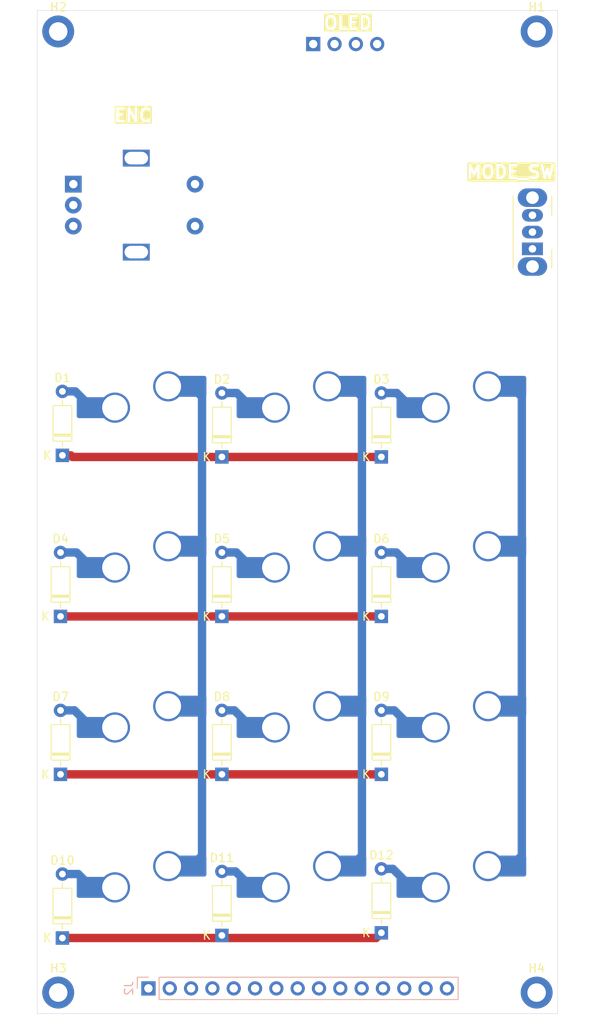
<source format=kicad_pcb>
(kicad_pcb (version 20240108) (generator "pcbnew") (generator_version "8.0")
  (layers (0 "F.Cu" signal) (31 "B.Cu" signal) (34 "B.Paste" user) (35 "F.Paste" user) (36 "B.SilkS" user "B.Silkscreen") (37 "F.SilkS" user "F.Silkscreen") (38 "B.Mask" user) (39 "F.Mask" user) (44 "Edge.Cuts" user))
  (net 0 "")
  (net 1 "ROW0")
  (net 2 "Net-(D1-A)")
  (net 3 "Net-(D2-A)")
  (net 4 "Net-(D3-A)")
  (net 5 "Net-(D5-A)")
  (net 6 "ROW1")
  (net 7 "Net-(D6-A)")
  (net 8 "Net-(D7-A)")
  (net 9 "ROW2")
  (net 10 "Net-(D9-A)")
  (net 11 "Net-(D10-A)")
  (net 12 "Net-(D11-A)")
  (net 13 "ROW3")
  (net 14 "Net-(D4-A)")
  (net 15 "Net-(D8-A)")
  (net 16 "Net-(D12-A)")
  (net 17 "COL0")
  (net 18 "COL1")
  (net 19 "COL2")
  (net 20 "ENC_SW")
  (net 21 "ENC_CLK")
  (net 22 "GND")
  (net 23 "ENC_DT")
  (net 24 "BT_SELECT")
  (net 25 "OLED_SCL")
  (net 26 "OLED_SDA")
  (net 27 "+3.3V")
  (footprint "Diode_THT:D_DO-35_SOD27_P7.62mm_Horizontal" (layer "F.Cu") (at 55.0475 110.925 90)
    (property "Reference" "D9" (at 9.25 0 180) (layer "F.SilkS"))
    (property "Value" "1N4148")
    (fp_line (start 5.93 -1.12) (end 1.69 -1.12) (stroke (width 0.12)) (layer "F.SilkS"))
    (fp_line (start 2.53 -1.12) (end 2.53 1.12) (stroke (width 0.12)) (layer "F.SilkS"))
    (fp_line (start 2.41 -1.12) (end 2.41 1.12) (stroke (width 0.12)) (layer "F.SilkS"))
    (fp_line (start 2.29 -1.12) (end 2.29 1.12) (stroke (width 0.12)) (layer "F.SilkS"))
    (fp_line (start 1.69 -1.12) (end 1.69 1.12) (stroke (width 0.12)) (layer "F.SilkS"))
    (fp_line (start 6.58 0) (end 5.93 0) (stroke (width 0.12)) (layer "F.SilkS"))
    (fp_line (start 1.04 0) (end 1.69 0) (stroke (width 0.12)) (layer "F.SilkS"))
    (fp_line (start 5.93 1.12) (end 5.93 -1.12) (stroke (width 0.12)) (layer "F.SilkS"))
    (fp_line (start 1.69 1.12) (end 5.93 1.12) (stroke (width 0.12)) (layer "F.SilkS"))
    (fp_text user "K" (at 0 -1.8 180) (layer "F.SilkS"))
    (pad "1" thru_hole rect (at 0 0 90) (size 1.6 1.6) (drill 0.8) (layers "*.Cu" "*.Mask") (net 9 "ROW2"))
    (pad "2" thru_hole oval (at 7.62 0 90) (size 1.6 1.6) (drill 0.8) (layers "*.Cu" "*.Mask") (net 10 "Net-(D9-A)"))
  )
  (footprint "MountingHole:MountingHole_2.2mm_M2_DIN965_Pad" (layer "F.Cu") (at 16.5475 22.425)
    (property "Reference" "H2" (at 0 -2.9 0) (layer "F.SilkS"))
    (property "Value" "MountingHole_Pad")
    (pad "1" thru_hole circle (at 0 0) (size 3.8 3.8) (drill 2.2) (layers "*.Cu" "*.Mask"))
  )
  (footprint "MountingHole:MountingHole_2.2mm_M2_DIN965_Pad" (layer "F.Cu") (at 73.5475 22.425)
    (property "Reference" "H1" (at 0 -2.9 0) (layer "F.SilkS"))
    (property "Value" "MountingHole_Pad")
    (pad "1" thru_hole circle (at 0 0) (size 3.8 3.8) (drill 2.2) (layers "*.Cu" "*.Mask"))
  )
  (footprint "Diode_THT:D_DO-35_SOD27_P7.62mm_Horizontal" (layer "F.Cu") (at 36.0475 130.115 90)
    (property "Reference" "D11" (at 9.25 0 180) (layer "F.SilkS"))
    (property "Value" "1N4148")
    (fp_line (start 5.93 -1.12) (end 1.69 -1.12) (stroke (width 0.12)) (layer "F.SilkS"))
    (fp_line (start 2.53 -1.12) (end 2.53 1.12) (stroke (width 0.12)) (layer "F.SilkS"))
    (fp_line (start 2.41 -1.12) (end 2.41 1.12) (stroke (width 0.12)) (layer "F.SilkS"))
    (fp_line (start 2.29 -1.12) (end 2.29 1.12) (stroke (width 0.12)) (layer "F.SilkS"))
    (fp_line (start 1.69 -1.12) (end 1.69 1.12) (stroke (width 0.12)) (layer "F.SilkS"))
    (fp_line (start 6.58 0) (end 5.93 0) (stroke (width 0.12)) (layer "F.SilkS"))
    (fp_line (start 1.04 0) (end 1.69 0) (stroke (width 0.12)) (layer "F.SilkS"))
    (fp_line (start 5.93 1.12) (end 5.93 -1.12) (stroke (width 0.12)) (layer "F.SilkS"))
    (fp_line (start 1.69 1.12) (end 5.93 1.12) (stroke (width 0.12)) (layer "F.SilkS"))
    (fp_text user "K" (at 0 -1.8 180) (layer "F.SilkS"))
    (pad "1" thru_hole rect (at 0 0 90) (size 1.6 1.6) (drill 0.8) (layers "*.Cu" "*.Mask") (net 13 "ROW3"))
    (pad "2" thru_hole oval (at 7.62 0 90) (size 1.6 1.6) (drill 0.8) (layers "*.Cu" "*.Mask") (net 12 "Net-(D11-A)"))
  )
  (footprint "Diode_THT:D_DO-35_SOD27_P7.62mm_Horizontal" (layer "F.Cu") (at 16.8225 110.925 90)
    (property "Reference" "D7" (at 9.25 0 180) (layer "F.SilkS"))
    (property "Value" "1N4148")
    (fp_line (start 5.93 -1.12) (end 1.69 -1.12) (stroke (width 0.12)) (layer "F.SilkS"))
    (fp_line (start 2.53 -1.12) (end 2.53 1.12) (stroke (width 0.12)) (layer "F.SilkS"))
    (fp_line (start 2.41 -1.12) (end 2.41 1.12) (stroke (width 0.12)) (layer "F.SilkS"))
    (fp_line (start 2.29 -1.12) (end 2.29 1.12) (stroke (width 0.12)) (layer "F.SilkS"))
    (fp_line (start 1.69 -1.12) (end 1.69 1.12) (stroke (width 0.12)) (layer "F.SilkS"))
    (fp_line (start 6.58 0) (end 5.93 0) (stroke (width 0.12)) (layer "F.SilkS"))
    (fp_line (start 1.04 0) (end 1.69 0) (stroke (width 0.12)) (layer "F.SilkS"))
    (fp_line (start 5.93 1.12) (end 5.93 -1.12) (stroke (width 0.12)) (layer "F.SilkS"))
    (fp_line (start 1.69 1.12) (end 5.93 1.12) (stroke (width 0.12)) (layer "F.SilkS"))
    (fp_text user "K" (at 0 -1.8 180) (layer "F.SilkS"))
    (pad "1" thru_hole rect (at 0 0 90) (size 1.6 1.6) (drill 0.8) (layers "*.Cu" "*.Mask") (net 9 "ROW2"))
    (pad "2" thru_hole oval (at 7.62 0 90) (size 1.6 1.6) (drill 0.8) (layers "*.Cu" "*.Mask") (net 8 "Net-(D7-A)"))
  )
  (footprint "MountingHole:MountingHole_2.2mm_M2_DIN965_Pad" (layer "F.Cu") (at 16.5475 136.925)
    (property "Reference" "H3" (at 0 -2.9 0) (layer "F.SilkS"))
    (property "Value" "MountingHole_Pad")
    (pad "1" thru_hole circle (at 0 0) (size 3.8 3.8) (drill 2.2) (layers "*.Cu" "*.Mask"))
  )
  (footprint "ScottoKeebs_Components:OLED_128x64" (layer "F.Cu") (at 50.7375 23.925)
    (property "Reference" "J1" (hide yes))
    (property "Value" "OLED_128x64")
    (pad "1" thru_hole rect (at -3.81 0 90) (size 1.7 1.7) (drill 1) (layers "*.Cu" "*.Mask") (net 22 "GND"))
    (pad "2" thru_hole oval (at -1.27 0 90) (size 1.7 1.7) (drill 1) (layers "*.Cu" "*.Mask") (net 27 "+3.3V"))
    (pad "3" thru_hole oval (at 1.27 0 90) (size 1.7 1.7) (drill 1) (layers "*.Cu" "*.Mask") (net 25 "OLED_SCL"))
    (pad "4" thru_hole oval (at 3.81 0 90) (size 1.7 1.7) (drill 1) (layers "*.Cu" "*.Mask") (net 26 "OLED_SDA"))
  )
  (footprint "Button_Switch_THT:SW_Slide_SPDT_Angled_CK_OS102011MA1Q" (layer "F.Cu") (at 73.0475 48.325 90)
    (property "Reference" "SW1" (hide yes))
    (property "Value" "SW_SPDT")
    (fp_line (start -2.3 -2.3) (end 6.3 -2.3) (stroke (width 0.12)) (layer "F.SilkS"))
    (fp_line (start 4 2.3) (end 6.3 2.3) (stroke (width 0.12)) (layer "F.SilkS"))
    (fp_line (start -2.3 2.3) (end -0.1 2.3) (stroke (width 0.12)) (layer "F.SilkS"))
    (pad "" thru_hole oval (at -2.1 0 90) (size 2.2 3.5) (drill 1.5) (layers "*.Cu" "*.Mask"))
    (pad "" thru_hole oval (at 6.1 0 90) (size 2.2 3.5) (drill 1.5) (layers "*.Cu" "*.Mask"))
    (pad "1" thru_hole rect (at 0 0 90) (size 1.5 2.5) (drill 0.9) (layers "*.Cu" "*.Mask"))
    (pad "2" thru_hole oval (at 2 0 90) (size 1.5 2.5) (drill 0.9) (layers "*.Cu" "*.Mask") (net 24 "BT_SELECT"))
    (pad "3" thru_hole oval (at 4 0 90) (size 1.5 2.5) (drill 0.9) (layers "*.Cu" "*.Mask") (net 22 "GND"))
  )
  (footprint "MountingHole:MountingHole_2.2mm_M2_DIN965_Pad" (layer "F.Cu") (at 73.5475 136.925)
    (property "Reference" "H4" (at 0 -2.9 0) (layer "F.SilkS"))
    (property "Value" "MountingHole_Pad")
    (pad "1" thru_hole circle (at 0 0) (size 3.8 3.8) (drill 2.2) (layers "*.Cu" "*.Mask"))
  )
  (footprint "Diode_THT:D_DO-35_SOD27_P7.62mm_Horizontal" (layer "F.Cu") (at 55.0475 129.805 90)
    (property "Reference" "D12" (at 9.25 0 180) (layer "F.SilkS"))
    (property "Value" "1N4148")
    (fp_line (start 5.93 -1.12) (end 1.69 -1.12) (stroke (width 0.12)) (layer "F.SilkS"))
    (fp_line (start 2.53 -1.12) (end 2.53 1.12) (stroke (width 0.12)) (layer "F.SilkS"))
    (fp_line (start 2.41 -1.12) (end 2.41 1.12) (stroke (width 0.12)) (layer "F.SilkS"))
    (fp_line (start 2.29 -1.12) (end 2.29 1.12) (stroke (width 0.12)) (layer "F.SilkS"))
    (fp_line (start 1.69 -1.12) (end 1.69 1.12) (stroke (width 0.12)) (layer "F.SilkS"))
    (fp_line (start 6.58 0) (end 5.93 0) (stroke (width 0.12)) (layer "F.SilkS"))
    (fp_line (start 1.04 0) (end 1.69 0) (stroke (width 0.12)) (layer "F.SilkS"))
    (fp_line (start 5.93 1.12) (end 5.93 -1.12) (stroke (width 0.12)) (layer "F.SilkS"))
    (fp_line (start 1.69 1.12) (end 5.93 1.12) (stroke (width 0.12)) (layer "F.SilkS"))
    (fp_text user "K" (at 0 -1.8 180) (layer "F.SilkS"))
    (pad "1" thru_hole rect (at 0 0 90) (size 1.6 1.6) (drill 0.8) (layers "*.Cu" "*.Mask") (net 13 "ROW3"))
    (pad "2" thru_hole oval (at 7.62 0 90) (size 1.6 1.6) (drill 0.8) (layers "*.Cu" "*.Mask") (net 16 "Net-(D12-A)"))
  )
  (footprint "Diode_THT:D_DO-35_SOD27_P7.62mm_Horizontal" (layer "F.Cu") (at 36.0475 92.115 90)
    (property "Reference" "D5" (at 9.25 0 180) (layer "F.SilkS"))
    (property "Value" "1N4148")
    (fp_line (start 5.93 -1.12) (end 1.69 -1.12) (stroke (width 0.12)) (layer "F.SilkS"))
    (fp_line (start 2.53 -1.12) (end 2.53 1.12) (stroke (width 0.12)) (layer "F.SilkS"))
    (fp_line (start 2.41 -1.12) (end 2.41 1.12) (stroke (width 0.12)) (layer "F.SilkS"))
    (fp_line (start 2.29 -1.12) (end 2.29 1.12) (stroke (width 0.12)) (layer "F.SilkS"))
    (fp_line (start 1.69 -1.12) (end 1.69 1.12) (stroke (width 0.12)) (layer "F.SilkS"))
    (fp_line (start 6.58 0) (end 5.93 0) (stroke (width 0.12)) (layer "F.SilkS"))
    (fp_line (start 1.04 0) (end 1.69 0) (stroke (width 0.12)) (layer "F.SilkS"))
    (fp_line (start 5.93 1.12) (end 5.93 -1.12) (stroke (width 0.12)) (layer "F.SilkS"))
    (fp_line (start 1.69 1.12) (end 5.93 1.12) (stroke (width 0.12)) (layer "F.SilkS"))
    (fp_text user "K" (at 0 -1.8 180) (layer "F.SilkS"))
    (pad "1" thru_hole rect (at 0 0 90) (size 1.6 1.6) (drill 0.8) (layers "*.Cu" "*.Mask") (net 6 "ROW1"))
    (pad "2" thru_hole oval (at 7.62 0 90) (size 1.6 1.6) (drill 0.8) (layers "*.Cu" "*.Mask") (net 5 "Net-(D5-A)"))
  )
  (footprint "Diode_THT:D_DO-35_SOD27_P7.62mm_Horizontal" (layer "F.Cu") (at 17.0475 130.425 90)
    (property "Reference" "D10" (at 9.25 0 180) (layer "F.SilkS"))
    (property "Value" "1N4148")
    (fp_line (start 5.93 -1.12) (end 1.69 -1.12) (stroke (width 0.12)) (layer "F.SilkS"))
    (fp_line (start 2.53 -1.12) (end 2.53 1.12) (stroke (width 0.12)) (layer "F.SilkS"))
    (fp_line (start 2.41 -1.12) (end 2.41 1.12) (stroke (width 0.12)) (layer "F.SilkS"))
    (fp_line (start 2.29 -1.12) (end 2.29 1.12) (stroke (width 0.12)) (layer "F.SilkS"))
    (fp_line (start 1.69 -1.12) (end 1.69 1.12) (stroke (width 0.12)) (layer "F.SilkS"))
    (fp_line (start 6.58 0) (end 5.93 0) (stroke (width 0.12)) (layer "F.SilkS"))
    (fp_line (start 1.04 0) (end 1.69 0) (stroke (width 0.12)) (layer "F.SilkS"))
    (fp_line (start 5.93 1.12) (end 5.93 -1.12) (stroke (width 0.12)) (layer "F.SilkS"))
    (fp_line (start 1.69 1.12) (end 5.93 1.12) (stroke (width 0.12)) (layer "F.SilkS"))
    (fp_text user "K" (at 0 -1.8 180) (layer "F.SilkS"))
    (pad "1" thru_hole rect (at 0 0 90) (size 1.6 1.6) (drill 0.8) (layers "*.Cu" "*.Mask") (net 13 "ROW3"))
    (pad "2" thru_hole oval (at 7.62 0 90) (size 1.6 1.6) (drill 0.8) (layers "*.Cu" "*.Mask") (net 11 "Net-(D10-A)"))
  )
  (footprint "Diode_THT:D_DO-35_SOD27_P7.62mm_Horizontal" (layer "F.Cu") (at 36.0475 73.115 90)
    (property "Reference" "D2" (at 9.25 0 180) (layer "F.SilkS"))
    (property "Value" "1N4148")
    (fp_line (start 5.93 -1.12) (end 1.69 -1.12) (stroke (width 0.12)) (layer "F.SilkS"))
    (fp_line (start 2.53 -1.12) (end 2.53 1.12) (stroke (width 0.12)) (layer "F.SilkS"))
    (fp_line (start 2.41 -1.12) (end 2.41 1.12) (stroke (width 0.12)) (layer "F.SilkS"))
    (fp_line (start 2.29 -1.12) (end 2.29 1.12) (stroke (width 0.12)) (layer "F.SilkS"))
    (fp_line (start 1.69 -1.12) (end 1.69 1.12) (stroke (width 0.12)) (layer "F.SilkS"))
    (fp_line (start 6.58 0) (end 5.93 0) (stroke (width 0.12)) (layer "F.SilkS"))
    (fp_line (start 1.04 0) (end 1.69 0) (stroke (width 0.12)) (layer "F.SilkS"))
    (fp_line (start 5.93 1.12) (end 5.93 -1.12) (stroke (width 0.12)) (layer "F.SilkS"))
    (fp_line (start 1.69 1.12) (end 5.93 1.12) (stroke (width 0.12)) (layer "F.SilkS"))
    (fp_text user "K" (at 0 -1.8 180) (layer "F.SilkS"))
    (pad "1" thru_hole rect (at 0 0 90) (size 1.6 1.6) (drill 0.8) (layers "*.Cu" "*.Mask") (net 1 "ROW0"))
    (pad "2" thru_hole oval (at 7.62 0 90) (size 1.6 1.6) (drill 0.8) (layers "*.Cu" "*.Mask") (net 3 "Net-(D2-A)"))
  )
  (footprint "Diode_THT:D_DO-35_SOD27_P7.62mm_Horizontal" (layer "F.Cu") (at 55.0475 73.115 90)
    (property "Reference" "D3" (at 9.25 0 180) (layer "F.SilkS"))
    (property "Value" "1N4148")
    (fp_line (start 5.93 -1.12) (end 1.69 -1.12) (stroke (width 0.12)) (layer "F.SilkS"))
    (fp_line (start 2.53 -1.12) (end 2.53 1.12) (stroke (width 0.12)) (layer "F.SilkS"))
    (fp_line (start 2.41 -1.12) (end 2.41 1.12) (stroke (width 0.12)) (layer "F.SilkS"))
    (fp_line (start 2.29 -1.12) (end 2.29 1.12) (stroke (width 0.12)) (layer "F.SilkS"))
    (fp_line (start 1.69 -1.12) (end 1.69 1.12) (stroke (width 0.12)) (layer "F.SilkS"))
    (fp_line (start 6.58 0) (end 5.93 0) (stroke (width 0.12)) (layer "F.SilkS"))
    (fp_line (start 1.04 0) (end 1.69 0) (stroke (width 0.12)) (layer "F.SilkS"))
    (fp_line (start 5.93 1.12) (end 5.93 -1.12) (stroke (width 0.12)) (layer "F.SilkS"))
    (fp_line (start 1.69 1.12) (end 5.93 1.12) (stroke (width 0.12)) (layer "F.SilkS"))
    (fp_text user "K" (at 0 -1.8 180) (layer "F.SilkS"))
    (pad "1" thru_hole rect (at 0 0 90) (size 1.6 1.6) (drill 0.8) (layers "*.Cu" "*.Mask") (net 1 "ROW0"))
    (pad "2" thru_hole oval (at 7.62 0 90) (size 1.6 1.6) (drill 0.8) (layers "*.Cu" "*.Mask") (net 4 "Net-(D3-A)"))
  )
  (footprint "Diode_THT:D_DO-35_SOD27_P7.62mm_Horizontal" (layer "F.Cu") (at 16.8225 92.115 90)
    (property "Reference" "D4" (at 9.25 0 180) (layer "F.SilkS"))
    (property "Value" "1N4148")
    (fp_line (start 5.93 -1.12) (end 1.69 -1.12) (stroke (width 0.12)) (layer "F.SilkS"))
    (fp_line (start 2.53 -1.12) (end 2.53 1.12) (stroke (width 0.12)) (layer "F.SilkS"))
    (fp_line (start 2.41 -1.12) (end 2.41 1.12) (stroke (width 0.12)) (layer "F.SilkS"))
    (fp_line (start 2.29 -1.12) (end 2.29 1.12) (stroke (width 0.12)) (layer "F.SilkS"))
    (fp_line (start 1.69 -1.12) (end 1.69 1.12) (stroke (width 0.12)) (layer "F.SilkS"))
    (fp_line (start 6.58 0) (end 5.93 0) (stroke (width 0.12)) (layer "F.SilkS"))
    (fp_line (start 1.04 0) (end 1.69 0) (stroke (width 0.12)) (layer "F.SilkS"))
    (fp_line (start 5.93 1.12) (end 5.93 -1.12) (stroke (width 0.12)) (layer "F.SilkS"))
    (fp_line (start 1.69 1.12) (end 5.93 1.12) (stroke (width 0.12)) (layer "F.SilkS"))
    (fp_text user "K" (at 0 -1.8 180) (layer "F.SilkS"))
    (pad "1" thru_hole rect (at 0 0 90) (size 1.6 1.6) (drill 0.8) (layers "*.Cu" "*.Mask") (net 6 "ROW1"))
    (pad "2" thru_hole oval (at 7.62 0 90) (size 1.6 1.6) (drill 0.8) (layers "*.Cu" "*.Mask") (net 14 "Net-(D4-A)"))
  )
  (footprint "Diode_THT:D_DO-35_SOD27_P7.62mm_Horizontal" (layer "F.Cu") (at 17.0475 72.925 90)
    (property "Reference" "D1" (at 9.25 0 180) (layer "F.SilkS"))
    (property "Value" "1N4148")
    (fp_line (start 5.93 -1.12) (end 1.69 -1.12) (stroke (width 0.12)) (layer "F.SilkS"))
    (fp_line (start 2.53 -1.12) (end 2.53 1.12) (stroke (width 0.12)) (layer "F.SilkS"))
    (fp_line (start 2.41 -1.12) (end 2.41 1.12) (stroke (width 0.12)) (layer "F.SilkS"))
    (fp_line (start 2.29 -1.12) (end 2.29 1.12) (stroke (width 0.12)) (layer "F.SilkS"))
    (fp_line (start 1.69 -1.12) (end 1.69 1.12) (stroke (width 0.12)) (layer "F.SilkS"))
    (fp_line (start 6.58 0) (end 5.93 0) (stroke (width 0.12)) (layer "F.SilkS"))
    (fp_line (start 1.04 0) (end 1.69 0) (stroke (width 0.12)) (layer "F.SilkS"))
    (fp_line (start 5.93 1.12) (end 5.93 -1.12) (stroke (width 0.12)) (layer "F.SilkS"))
    (fp_line (start 1.69 1.12) (end 5.93 1.12) (stroke (width 0.12)) (layer "F.SilkS"))
    (fp_text user "K" (at 0 -1.8 180) (layer "F.SilkS"))
    (pad "1" thru_hole rect (at 0 0 90) (size 1.6 1.6) (drill 0.8) (layers "*.Cu" "*.Mask") (net 1 "ROW0"))
    (pad "2" thru_hole oval (at 7.62 0 90) (size 1.6 1.6) (drill 0.8) (layers "*.Cu" "*.Mask") (net 2 "Net-(D1-A)"))
  )
  (footprint "Diode_THT:D_DO-35_SOD27_P7.62mm_Horizontal" (layer "F.Cu") (at 36.0475 110.925 90)
    (property "Reference" "D8" (at 9.25 0 180) (layer "F.SilkS"))
    (property "Value" "1N4148")
    (fp_line (start 5.93 -1.12) (end 1.69 -1.12) (stroke (width 0.12)) (layer "F.SilkS"))
    (fp_line (start 2.53 -1.12) (end 2.53 1.12) (stroke (width 0.12)) (layer "F.SilkS"))
    (fp_line (start 2.41 -1.12) (end 2.41 1.12) (stroke (width 0.12)) (layer "F.SilkS"))
    (fp_line (start 2.29 -1.12) (end 2.29 1.12) (stroke (width 0.12)) (layer "F.SilkS"))
    (fp_line (start 1.69 -1.12) (end 1.69 1.12) (stroke (width 0.12)) (layer "F.SilkS"))
    (fp_line (start 6.58 0) (end 5.93 0) (stroke (width 0.12)) (layer "F.SilkS"))
    (fp_line (start 1.04 0) (end 1.69 0) (stroke (width 0.12)) (layer "F.SilkS"))
    (fp_line (start 5.93 1.12) (end 5.93 -1.12) (stroke (width 0.12)) (layer "F.SilkS"))
    (fp_line (start 1.69 1.12) (end 5.93 1.12) (stroke (width 0.12)) (layer "F.SilkS"))
    (fp_text user "K" (at 0 -1.8 180) (layer "F.SilkS"))
    (pad "1" thru_hole rect (at 0 0 90) (size 1.6 1.6) (drill 0.8) (layers "*.Cu" "*.Mask") (net 9 "ROW2"))
    (pad "2" thru_hole oval (at 7.62 0 90) (size 1.6 1.6) (drill 0.8) (layers "*.Cu" "*.Mask") (net 15 "Net-(D8-A)"))
  )
  (footprint "ScottoKeebs_Scotto:Encoder_EC11_MX" (layer "F.Cu") (at 25.8475 43.1125)
    (property "Reference" "SW2" (hide yes))
    (property "Value" "RotaryEncoder_Switch" (hide yes))
    (pad "A" thru_hole rect (at -7.5 -2.5) (size 2 2) (drill 1) (layers "*.Cu" "*.Mask") (net 21 "ENC_CLK"))
    (pad "B" thru_hole circle (at -7.5 2.5) (size 2 2) (drill 1) (layers "*.Cu" "*.Mask") (net 23 "ENC_DT"))
    (pad "C" thru_hole circle (at -7.5 0) (size 2 2) (drill 1) (layers "*.Cu" "*.Mask") (net 22 "GND"))
    (pad "MP" thru_hole rect (at 0 -5.6) (size 3.2 2) (drill oval 2.8 1.5) (layers "*.Cu" "*.Mask"))
    (pad "MP" thru_hole rect (at 0 5.6) (size 3.2 2) (drill oval 2.8 1.5) (layers "*.Cu" "*.Mask"))
    (pad "S1" thru_hole circle (at 7 2.5) (size 2 2) (drill 1) (layers "*.Cu" "*.Mask") (net 22 "GND"))
    (pad "S2" thru_hole circle (at 7 -2.5) (size 2 2) (drill 1) (layers "*.Cu" "*.Mask") (net 20 "ENC_SW"))
  )
  (footprint "Diode_THT:D_DO-35_SOD27_P7.62mm_Horizontal" (layer "F.Cu") (at 55.0475 92.115 90)
    (property "Reference" "D6" (at 9.25 0 180) (layer "F.SilkS"))
    (property "Value" "1N4148")
    (fp_line (start 5.93 -1.12) (end 1.69 -1.12) (stroke (width 0.12)) (layer "F.SilkS"))
    (fp_line (start 2.53 -1.12) (end 2.53 1.12) (stroke (width 0.12)) (layer "F.SilkS"))
    (fp_line (start 2.41 -1.12) (end 2.41 1.12) (stroke (width 0.12)) (layer "F.SilkS"))
    (fp_line (start 2.29 -1.12) (end 2.29 1.12) (stroke (width 0.12)) (layer "F.SilkS"))
    (fp_line (start 1.69 -1.12) (end 1.69 1.12) (stroke (width 0.12)) (layer "F.SilkS"))
    (fp_line (start 6.58 0) (end 5.93 0) (stroke (width 0.12)) (layer "F.SilkS"))
    (fp_line (start 1.04 0) (end 1.69 0) (stroke (width 0.12)) (layer "F.SilkS"))
    (fp_line (start 5.93 1.12) (end 5.93 -1.12) (stroke (width 0.12)) (layer "F.SilkS"))
    (fp_line (start 1.69 1.12) (end 5.93 1.12) (stroke (width 0.12)) (layer "F.SilkS"))
    (fp_text user "K" (at 0 -1.8 180) (layer "F.SilkS"))
    (pad "1" thru_hole rect (at 0 0 90) (size 1.6 1.6) (drill 0.8) (layers "*.Cu" "*.Mask") (net 6 "ROW1"))
    (pad "2" thru_hole oval (at 7.62 0 90) (size 1.6 1.6) (drill 0.8) (layers "*.Cu" "*.Mask") (net 7 "Net-(D6-A)"))
  )
  (footprint "Connector_PinHeader_2.54mm:PinHeader_1x15_P2.54mm_Vertical" (layer "B.Cu") (at 27.2975 136.425 -90)
    (property "Reference" "J2" (at 0 2.33 90) (layer "B.SilkS") (effects (justify mirror)))
    (property "Value" "Conn_01x15")
    (fp_line (start -1.33 1.33) (end -1.33 0) (stroke (width 0.12)) (layer "B.SilkS"))
    (fp_line (start 0 1.33) (end -1.33 1.33) (stroke (width 0.12)) (layer "B.SilkS"))
    (fp_line (start 1.33 -1.27) (end -1.33 -1.27) (stroke (width 0.12)) (layer "B.SilkS"))
    (fp_line (start -1.33 -36.89) (end -1.33 -1.27) (stroke (width 0.12)) (layer "B.SilkS"))
    (fp_line (start 1.33 -36.89) (end 1.33 -1.27) (stroke (width 0.12)) (layer "B.SilkS"))
    (fp_line (start 1.33 -36.89) (end -1.33 -36.89) (stroke (width 0.12)) (layer "B.SilkS"))
    (pad "1" thru_hole rect (at 0 0 270) (size 1.7 1.7) (drill 1) (layers "*.Cu" "*.Mask") (net 27 "+3.3V"))
    (pad "2" thru_hole oval (at 0 -2.54 270) (size 1.7 1.7) (drill 1) (layers "*.Cu" "*.Mask") (net 22 "GND"))
    (pad "3" thru_hole oval (at 0 -5.08 270) (size 1.7 1.7) (drill 1) (layers "*.Cu" "*.Mask") (net 23 "ENC_DT"))
    (pad "4" thru_hole oval (at 0 -7.62 270) (size 1.7 1.7) (drill 1) (layers "*.Cu" "*.Mask") (net 24 "BT_SELECT"))
    (pad "5" thru_hole oval (at 0 -10.16 270) (size 1.7 1.7) (drill 1) (layers "*.Cu" "*.Mask") (net 20 "ENC_SW"))
    (pad "6" thru_hole oval (at 0 -12.7 270) (size 1.7 1.7) (drill 1) (layers "*.Cu" "*.Mask") (net 21 "ENC_CLK"))
    (pad "7" thru_hole oval (at 0 -15.24 270) (size 1.7 1.7) (drill 1) (layers "*.Cu" "*.Mask") (net 17 "COL0"))
    (pad "8" thru_hole oval (at 0 -17.78 270) (size 1.7 1.7) (drill 1) (layers "*.Cu" "*.Mask") (net 18 "COL1"))
    (pad "9" thru_hole oval (at 0 -20.32 270) (size 1.7 1.7) (drill 1) (layers "*.Cu" "*.Mask") (net 19 "COL2"))
    (pad "10" thru_hole oval (at 0 -22.86 270) (size 1.7 1.7) (drill 1) (layers "*.Cu" "*.Mask") (net 13 "ROW3"))
    (pad "11" thru_hole oval (at 0 -25.4 270) (size 1.7 1.7) (drill 1) (layers "*.Cu" "*.Mask") (net 9 "ROW2"))
    (pad "12" thru_hole oval (at 0 -27.94 270) (size 1.7 1.7) (drill 1) (layers "*.Cu" "*.Mask") (net 6 "ROW1"))
    (pad "13" thru_hole oval (at 0 -30.48 270) (size 1.7 1.7) (drill 1) (layers "*.Cu" "*.Mask") (net 1 "ROW0"))
    (pad "14" thru_hole oval (at 0 -33.02 270) (size 1.7 1.7) (drill 1) (layers "*.Cu" "*.Mask") (net 26 "OLED_SDA"))
    (pad "15" thru_hole oval (at 0 -35.56 270) (size 1.7 1.7) (drill 1) (layers "*.Cu" "*.Mask") (net 25 "OLED_SCL"))
  )
  (footprint "ScottoKeebs_Scotto:MX_Hotswap_1.00u" (layer "B.Cu") (at 64.5825 65.9725 180)
    (property "Reference" "S3" (hide yes))
    (property "Value" "Keyswitch")
    (pad "" np_thru_hole circle (at -4.445 3.81) (size 1.75 1.75) (drill 1.75) (layers "F&B.Cu" "*.Mask") (clearance 0.1))
    (pad "" np_thru_hole circle (at 0.635 3.81) (size 4 4) (drill 4) (layers "*.Cu" "*.Mask"))
    (pad "" np_thru_hole circle (at 5.715 3.81) (size 1.75 1.75) (drill 1.75) (layers "*.Cu" "*.Mask"))
    (pad "1" smd roundrect (at -5.95 1.27) (size 3.55 2.5) (layers "B.Cu") (roundrect_rratio 0.1) (net 19 "COL2"))
    (pad "1" thru_hole circle (at -3.175 1.27) (size 3.6 3.6) (drill 3.05) (layers "*.Cu" "*.Mask") (net 19 "COL2"))
    (pad "2" thru_hole circle (at 3.175 -1.27) (size 3.6 3.6) (drill 3.05) (layers "*.Cu" "*.Mask") (net 4 "Net-(D3-A)"))
    (pad "2" smd roundrect (at 5.955 -1.27) (size 3.55 2.5) (layers "B.Cu") (roundrect_rratio 0.1) (net 4 "Net-(D3-A)"))
  )
  (footprint "ScottoKeebs_Scotto:MX_Hotswap_1.00u" (layer "B.Cu") (at 26.4825 123.1225 180)
    (property "Reference" "S10" (hide yes))
    (property "Value" "Keyswitch")
    (pad "" np_thru_hole circle (at -4.445 3.81) (size 1.75 1.75) (drill 1.75) (layers "F&B.Cu" "*.Mask") (clearance 0.1))
    (pad "" np_thru_hole circle (at 0.635 3.81) (size 4 4) (drill 4) (layers "*.Cu" "*.Mask"))
    (pad "" np_thru_hole circle (at 5.715 3.81) (size 1.75 1.75) (drill 1.75) (layers "*.Cu" "*.Mask"))
    (pad "1" smd roundrect (at -5.95 1.27) (size 3.55 2.5) (layers "B.Cu") (roundrect_rratio 0.1) (net 17 "COL0"))
    (pad "1" thru_hole circle (at -3.175 1.27) (size 3.6 3.6) (drill 3.05) (layers "*.Cu" "*.Mask") (net 17 "COL0"))
    (pad "2" thru_hole circle (at 3.175 -1.27) (size 3.6 3.6) (drill 3.05) (layers "*.Cu" "*.Mask") (net 11 "Net-(D10-A)"))
    (pad "2" smd roundrect (at 5.955 -1.27) (size 3.55 2.5) (layers "B.Cu") (roundrect_rratio 0.1) (net 11 "Net-(D10-A)"))
  )
  (footprint "ScottoKeebs_Scotto:MX_Hotswap_1.00u" (layer "B.Cu") (at 64.5825 123.1225 180)
    (property "Reference" "S12" (hide yes))
    (property "Value" "Keyswitch")
    (pad "" np_thru_hole circle (at -4.445 3.81) (size 1.75 1.75) (drill 1.75) (layers "F&B.Cu" "*.Mask") (clearance 0.1))
    (pad "" np_thru_hole circle (at 0.635 3.81) (size 4 4) (drill 4) (layers "*.Cu" "*.Mask"))
    (pad "" np_thru_hole circle (at 5.715 3.81) (size 1.75 1.75) (drill 1.75) (layers "*.Cu" "*.Mask"))
    (pad "1" smd roundrect (at -5.95 1.27) (size 3.55 2.5) (layers "B.Cu") (roundrect_rratio 0.1) (net 19 "COL2"))
    (pad "1" thru_hole circle (at -3.175 1.27) (size 3.6 3.6) (drill 3.05) (layers "*.Cu" "*.Mask") (net 19 "COL2"))
    (pad "2" thru_hole circle (at 3.175 -1.27) (size 3.6 3.6) (drill 3.05) (layers "*.Cu" "*.Mask") (net 16 "Net-(D12-A)"))
    (pad "2" smd roundrect (at 5.955 -1.27) (size 3.55 2.5) (layers "B.Cu") (roundrect_rratio 0.1) (net 16 "Net-(D12-A)"))
  )
  (footprint "ScottoKeebs_Scotto:MX_Hotswap_1.00u" (layer "B.Cu") (at 45.5325 123.1225 180)
    (property "Reference" "S11" (hide yes))
    (property "Value" "Keyswitch")
    (pad "" np_thru_hole circle (at -4.445 3.81) (size 1.75 1.75) (drill 1.75) (layers "F&B.Cu" "*.Mask") (clearance 0.1))
    (pad "" np_thru_hole circle (at 0.635 3.81) (size 4 4) (drill 4) (layers "*.Cu" "*.Mask"))
    (pad "" np_thru_hole circle (at 5.715 3.81) (size 1.75 1.75) (drill 1.75) (layers "*.Cu" "*.Mask"))
    (pad "1" smd roundrect (at -5.95 1.27) (size 3.55 2.5) (layers "B.Cu") (roundrect_rratio 0.1) (net 18 "COL1"))
    (pad "1" thru_hole circle (at -3.175 1.27) (size 3.6 3.6) (drill 3.05) (layers "*.Cu" "*.Mask") (net 18 "COL1"))
    (pad "2" thru_hole circle (at 3.175 -1.27) (size 3.6 3.6) (drill 3.05) (layers "*.Cu" "*.Mask") (net 12 "Net-(D11-A)"))
    (pad "2" smd roundrect (at 5.955 -1.27) (size 3.55 2.5) (layers "B.Cu") (roundrect_rratio 0.1) (net 12 "Net-(D11-A)"))
  )
  (footprint "ScottoKeebs_Scotto:MX_Hotswap_1.00u" (layer "B.Cu") (at 26.4825 65.9725 180)
    (property "Reference" "S1" (hide yes))
    (property "Value" "Keyswitch")
    (pad "" np_thru_hole circle (at -4.445 3.81) (size 1.75 1.75) (drill 1.75) (layers "F&B.Cu" "*.Mask") (clearance 0.1))
    (pad "" np_thru_hole circle (at 0.635 3.81) (size 4 4) (drill 4) (layers "*.Cu" "*.Mask"))
    (pad "" np_thru_hole circle (at 5.715 3.81) (size 1.75 1.75) (drill 1.75) (layers "*.Cu" "*.Mask"))
    (pad "1" smd roundrect (at -5.95 1.27) (size 3.55 2.5) (layers "B.Cu") (roundrect_rratio 0.1) (net 17 "COL0"))
    (pad "1" thru_hole circle (at -3.175 1.27) (size 3.6 3.6) (drill 3.05) (layers "*.Cu" "*.Mask") (net 17 "COL0"))
    (pad "2" thru_hole circle (at 3.175 -1.27) (size 3.6 3.6) (drill 3.05) (layers "*.Cu" "*.Mask") (net 2 "Net-(D1-A)"))
    (pad "2" smd roundrect (at 5.955 -1.27) (size 3.55 2.5) (layers "B.Cu") (roundrect_rratio 0.1) (net 2 "Net-(D1-A)"))
  )
  (footprint "ScottoKeebs_Scotto:MX_Hotswap_1.00u" (layer "B.Cu") (at 26.4825 104.0725 180)
    (property "Reference" "S7" (hide yes))
    (property "Value" "Keyswitch")
    (pad "" np_thru_hole circle (at -4.445 3.81) (size 1.75 1.75) (drill 1.75) (layers "F&B.Cu" "*.Mask") (clearance 0.1))
    (pad "" np_thru_hole circle (at 0.635 3.81) (size 4 4) (drill 4) (layers "*.Cu" "*.Mask"))
    (pad "" np_thru_hole circle (at 5.715 3.81) (size 1.75 1.75) (drill 1.75) (layers "*.Cu" "*.Mask"))
    (pad "1" smd roundrect (at -5.95 1.27) (size 3.55 2.5) (layers "B.Cu") (roundrect_rratio 0.1) (net 17 "COL0"))
    (pad "1" thru_hole circle (at -3.175 1.27) (size 3.6 3.6) (drill 3.05) (layers "*.Cu" "*.Mask") (net 17 "COL0"))
    (pad "2" thru_hole circle (at 3.175 -1.27) (size 3.6 3.6) (drill 3.05) (layers "*.Cu" "*.Mask") (net 8 "Net-(D7-A)"))
    (pad "2" smd roundrect (at 5.955 -1.27) (size 3.55 2.5) (layers "B.Cu") (roundrect_rratio 0.1) (net 8 "Net-(D7-A)"))
  )
  (footprint "ScottoKeebs_Scotto:MX_Hotswap_1.00u" (layer "B.Cu") (at 26.4825 85.0225 180)
    (property "Reference" "S4" (hide yes))
    (property "Value" "Keyswitch")
    (pad "" np_thru_hole circle (at -4.445 3.81) (size 1.75 1.75) (drill 1.75) (layers "F&B.Cu" "*.Mask") (clearance 0.1))
    (pad "" np_thru_hole circle (at 0.635 3.81) (size 4 4) (drill 4) (layers "*.Cu" "*.Mask"))
    (pad "" np_thru_hole circle (at 5.715 3.81) (size 1.75 1.75) (drill 1.75) (layers "*.Cu" "*.Mask"))
    (pad "1" smd roundrect (at -5.95 1.27) (size 3.55 2.5) (layers "B.Cu") (roundrect_rratio 0.1) (net 17 "COL0"))
    (pad "1" thru_hole circle (at -3.175 1.27) (size 3.6 3.6) (drill 3.05) (layers "*.Cu" "*.Mask") (net 17 "COL0"))
    (pad "2" thru_hole circle (at 3.175 -1.27) (size 3.6 3.6) (drill 3.05) (layers "*.Cu" "*.Mask") (net 14 "Net-(D4-A)"))
    (pad "2" smd roundrect (at 5.955 -1.27) (size 3.55 2.5) (layers "B.Cu") (roundrect_rratio 0.1) (net 14 "Net-(D4-A)"))
  )
  (footprint "ScottoKeebs_Scotto:MX_Hotswap_1.00u" (layer "B.Cu") (at 45.5325 65.9725 180)
    (property "Reference" "S2" (hide yes))
    (property "Value" "Keyswitch")
    (pad "" np_thru_hole circle (at -4.445 3.81) (size 1.75 1.75) (drill 1.75) (layers "F&B.Cu" "*.Mask") (clearance 0.1))
    (pad "" np_thru_hole circle (at 0.635 3.81) (size 4 4) (drill 4) (layers "*.Cu" "*.Mask"))
    (pad "" np_thru_hole circle (at 5.715 3.81) (size 1.75 1.75) (drill 1.75) (layers "*.Cu" "*.Mask"))
    (pad "1" smd roundrect (at -5.95 1.27) (size 3.55 2.5) (layers "B.Cu") (roundrect_rratio 0.1) (net 18 "COL1"))
    (pad "1" thru_hole circle (at -3.175 1.27) (size 3.6 3.6) (drill 3.05) (layers "*.Cu" "*.Mask") (net 18 "COL1"))
    (pad "2" thru_hole circle (at 3.175 -1.27) (size 3.6 3.6) (drill 3.05) (layers "*.Cu" "*.Mask") (net 3 "Net-(D2-A)"))
    (pad "2" smd roundrect (at 5.955 -1.27) (size 3.55 2.5) (layers "B.Cu") (roundrect_rratio 0.1) (net 3 "Net-(D2-A)"))
  )
  (footprint "ScottoKeebs_Scotto:MX_Hotswap_1.00u" (layer "B.Cu") (at 45.5325 85.0225 180)
    (property "Reference" "S5" (hide yes))
    (property "Value" "Keyswitch")
    (pad "" np_thru_hole circle (at -4.445 3.81) (size 1.75 1.75) (drill 1.75) (layers "F&B.Cu" "*.Mask") (clearance 0.1))
    (pad "" np_thru_hole circle (at 0.635 3.81) (size 4 4) (drill 4) (layers "*.Cu" "*.Mask"))
    (pad "" np_thru_hole circle (at 5.715 3.81) (size 1.75 1.75) (drill 1.75) (layers "*.Cu" "*.Mask"))
    (pad "1" smd roundrect (at -5.95 1.27) (size 3.55 2.5) (layers "B.Cu") (roundrect_rratio 0.1) (net 18 "COL1"))
    (pad "1" thru_hole circle (at -3.175 1.27) (size 3.6 3.6) (drill 3.05) (layers "*.Cu" "*.Mask") (net 18 "COL1"))
    (pad "2" thru_hole circle (at 3.175 -1.27) (size 3.6 3.6) (drill 3.05) (layers "*.Cu" "*.Mask") (net 5 "Net-(D5-A)"))
    (pad "2" smd roundrect (at 5.955 -1.27) (size 3.55 2.5) (layers "B.Cu") (roundrect_rratio 0.1) (net 5 "Net-(D5-A)"))
  )
  (footprint "ScottoKeebs_Scotto:MX_Hotswap_1.00u" (layer "B.Cu") (at 64.5825 104.0725 180)
    (property "Reference" "S9" (hide yes))
    (property "Value" "Keyswitch")
    (pad "" np_thru_hole circle (at -4.445 3.81) (size 1.75 1.75) (drill 1.75) (layers "F&B.Cu" "*.Mask") (clearance 0.1))
    (pad "" np_thru_hole circle (at 0.635 3.81) (size 4 4) (drill 4) (layers "*.Cu" "*.Mask"))
    (pad "" np_thru_hole circle (at 5.715 3.81) (size 1.75 1.75) (drill 1.75) (layers "*.Cu" "*.Mask"))
    (pad "1" smd roundrect (at -5.95 1.27) (size 3.55 2.5) (layers "B.Cu") (roundrect_rratio 0.1) (net 19 "COL2"))
    (pad "1" thru_hole circle (at -3.175 1.27) (size 3.6 3.6) (drill 3.05) (layers "*.Cu" "*.Mask") (net 19 "COL2"))
    (pad "2" thru_hole circle (at 3.175 -1.27) (size 3.6 3.6) (drill 3.05) (layers "*.Cu" "*.Mask") (net 10 "Net-(D9-A)"))
    (pad "2" smd roundrect (at 5.955 -1.27) (size 3.55 2.5) (layers "B.Cu") (roundrect_rratio 0.1) (net 10 "Net-(D9-A)"))
  )
  (footprint "ScottoKeebs_Scotto:MX_Hotswap_1.00u" (layer "B.Cu") (at 45.5325 104.0725 180)
    (property "Reference" "S8" (hide yes))
    (property "Value" "Keyswitch")
    (pad "" np_thru_hole circle (at -4.445 3.81) (size 1.75 1.75) (drill 1.75) (layers "F&B.Cu" "*.Mask") (clearance 0.1))
    (pad "" np_thru_hole circle (at 0.635 3.81) (size 4 4) (drill 4) (layers "*.Cu" "*.Mask"))
    (pad "" np_thru_hole circle (at 5.715 3.81) (size 1.75 1.75) (drill 1.75) (layers "*.Cu" "*.Mask"))
    (pad "1" smd roundrect (at -5.95 1.27) (size 3.55 2.5) (layers "B.Cu") (roundrect_rratio 0.1) (net 18 "COL1"))
    (pad "1" thru_hole circle (at -3.175 1.27) (size 3.6 3.6) (drill 3.05) (layers "*.Cu" "*.Mask") (net 18 "COL1"))
    (pad "2" thru_hole circle (at 3.175 -1.27) (size 3.6 3.6) (drill 3.05) (layers "*.Cu" "*.Mask") (net 15 "Net-(D8-A)"))
    (pad "2" smd roundrect (at 5.955 -1.27) (size 3.55 2.5) (layers "B.Cu") (roundrect_rratio 0.1) (net 15 "Net-(D8-A)"))
  )
  (footprint "ScottoKeebs_Scotto:MX_Hotswap_1.00u" (layer "B.Cu") (at 64.5825 85.0225 180)
    (property "Reference" "S6" (hide yes))
    (property "Value" "Keyswitch")
    (pad "" np_thru_hole circle (at -4.445 3.81) (size 1.75 1.75) (drill 1.75) (layers "F&B.Cu" "*.Mask") (clearance 0.1))
    (pad "" np_thru_hole circle (at 0.635 3.81) (size 4 4) (drill 4) (layers "*.Cu" "*.Mask"))
    (pad "" np_thru_hole circle (at 5.715 3.81) (size 1.75 1.75) (drill 1.75) (layers "*.Cu" "*.Mask"))
    (pad "1" smd roundrect (at -5.95 1.27) (size 3.55 2.5) (layers "B.Cu") (roundrect_rratio 0.1) (net 19 "COL2"))
    (pad "1" thru_hole circle (at -3.175 1.27) (size 3.6 3.6) (drill 3.05) (layers "*.Cu" "*.Mask") (net 19 "COL2"))
    (pad "2" thru_hole circle (at 3.175 -1.27) (size 3.6 3.6) (drill 3.05) (layers "*.Cu" "*.Mask") (net 7 "Net-(D6-A)"))
    (pad "2" smd roundrect (at 5.955 -1.27) (size 3.55 2.5) (layers "B.Cu") (roundrect_rratio 0.1) (net 7 "Net-(D6-A)"))
  )
  (gr_rect (start 14.0475 19.925) (end 76.0475 139.425) (stroke (width 0.05)) (fill none) (layer "Edge.Cuts"))
  (gr_text "OLED" (at 48.0475 21.425 0) (layer "F.SilkS" knockout) (effects (font (size 1.5 1.5) (thickness 0.3) (bold yes)) (justify left)))
  (gr_text "ENC" (at 23.0475 32.425 0) (layer "F.SilkS" knockout) (effects (font (size 1.5 1.5) (thickness 0.3) (bold yes)) (justify left)))
  (gr_text "MODE_SW" (at 65.0475 39.175 0) (layer "F.SilkS" knockout) (effects (font (size 1.5 1.5) (thickness 0.3) (bold yes)) (justify left)))
  (segment (start 18.0475 72.925) (end 18.2375 73.115) (width 1) (layer "F.Cu") (net 1))
  (segment (start 18.2375 73.115) (end 55.0475 73.115) (width 1) (layer "F.Cu") (net 1))
  (segment (start 17.0475 72.925) (end 18.0475 72.925) (width 1) (layer "F.Cu") (net 1))
  (segment (start 18.59 65.305) (end 20.5275 67.2425) (width 1) (layer "B.Cu") (net 2))
  (segment (start 17.0475 65.305) (end 18.59 65.305) (width 1) (layer "B.Cu") (net 2))
  (segment (start 37.83 65.495) (end 39.5775 67.2425) (width 1) (layer "B.Cu") (net 3))
  (segment (start 36.0475 65.495) (end 37.83 65.495) (width 1) (layer "B.Cu") (net 3))
  (segment (start 55.0475 65.495) (end 56.88 65.495) (width 1) (layer "B.Cu") (net 4))
  (segment (start 56.88 65.495) (end 58.6275 67.2425) (width 1) (layer "B.Cu") (net 4))
  (segment (start 37.78 84.495) (end 39.5775 86.2925) (width 1) (layer "B.Cu") (net 5))
  (segment (start 36.0475 84.495) (end 37.78 84.495) (width 1) (layer "B.Cu") (net 5))
  (segment (start 16.8225 92.115) (end 55.0475 92.115) (width 1) (layer "F.Cu") (net 6))
  (segment (start 56.83 84.495) (end 58.6275 86.2925) (width 1) (layer "B.Cu") (net 7))
  (segment (start 55.0475 84.495) (end 56.83 84.495) (width 1) (layer "B.Cu") (net 7))
  (segment (start 18.49 103.305) (end 20.5275 105.3425) (width 1) (layer "B.Cu") (net 8))
  (segment (start 16.8225 103.305) (end 18.49 103.305) (width 1) (layer "B.Cu") (net 8))
  (segment (start 16.8225 110.925) (end 55.0475 110.925) (width 1) (layer "F.Cu") (net 9))
  (segment (start 55.0475 103.305) (end 56.59 103.305) (width 1) (layer "B.Cu") (net 10))
  (segment (start 56.59 103.305) (end 58.6275 105.3425) (width 1) (layer "B.Cu") (net 10))
  (segment (start 18.94 122.805) (end 20.5275 124.3925) (width 1) (layer "B.Cu") (net 11))
  (segment (start 17.0475 122.805) (end 18.94 122.805) (width 1) (layer "B.Cu") (net 11))
  (segment (start 37.68 122.495) (end 39.5775 124.3925) (width 1) (layer "B.Cu") (net 12))
  (segment (start 36.0475 122.495) (end 37.68 122.495) (width 1) (layer "B.Cu") (net 12))
  (segment (start 17.0475 130.425) (end 54.4275 130.425) (width 1) (layer "F.Cu") (net 13))
  (segment (start 54.4275 130.425) (end 55.0475 129.805) (width 1) (layer "F.Cu") (net 13))
  (segment (start 18.73 84.495) (end 20.5275 86.2925) (width 1) (layer "B.Cu") (net 14))
  (segment (start 16.8225 84.495) (end 18.73 84.495) (width 1) (layer "B.Cu") (net 14))
  (segment (start 36.0475 103.305) (end 37.54 103.305) (width 1) (layer "B.Cu") (net 15))
  (segment (start 37.54 103.305) (end 39.5775 105.3425) (width 1) (layer "B.Cu") (net 15))
  (segment (start 55.0475 122.185) (end 56.42 122.185) (width 1) (layer "B.Cu") (net 16))
  (segment (start 56.42 122.185) (end 58.6275 124.3925) (width 1) (layer "B.Cu") (net 16))
  (segment (start 33.6825 65.9525) (end 32.4325 64.7025) (width 1) (layer "B.Cu") (net 17))
  (segment (start 32.4325 121.8525) (end 33.6825 120.6025) (width 1) (layer "B.Cu") (net 17))
  (segment (start 33.6825 120.6025) (end 33.6825 65.9525) (width 1) (layer "B.Cu") (net 17))
  (segment (start 51.4825 64.7025) (end 52.7325 65.9525) (width 1) (layer "B.Cu") (net 18))
  (segment (start 52.7325 120.6025) (end 51.4825 121.8525) (width 1) (layer "B.Cu") (net 18))
  (segment (start 52.7325 65.9525) (end 52.7325 120.6025) (width 1) (layer "B.Cu") (net 18))
  (segment (start 70.5325 121.8525) (end 71.7825 120.6025) (width 1) (layer "B.Cu") (net 19))
  (segment (start 71.7825 65.9525) (end 70.5325 64.7025) (width 1) (layer "B.Cu") (net 19))
  (segment (start 71.7825 120.6025) (end 71.7825 65.9525) (width 1) (layer "B.Cu") (net 19))
)
</source>
